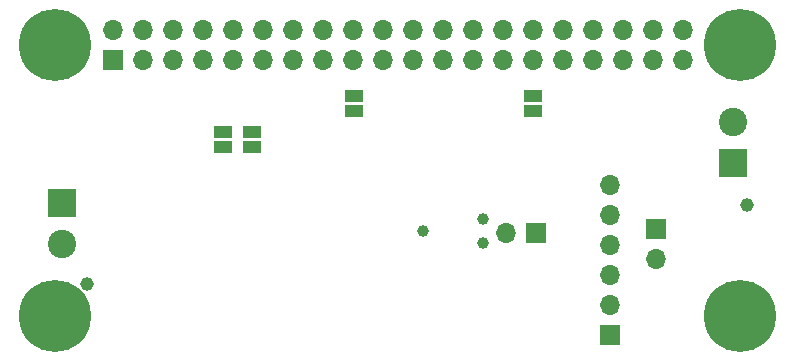
<source format=gbs>
%TF.GenerationSoftware,KiCad,Pcbnew,(6.0.5)*%
%TF.CreationDate,2022-05-29T19:21:05+02:00*%
%TF.ProjectId,SolarCamPiV2,536f6c61-7243-4616-9d50-6956322e6b69,rev?*%
%TF.SameCoordinates,Original*%
%TF.FileFunction,Soldermask,Bot*%
%TF.FilePolarity,Negative*%
%FSLAX46Y46*%
G04 Gerber Fmt 4.6, Leading zero omitted, Abs format (unit mm)*
G04 Created by KiCad (PCBNEW (6.0.5)) date 2022-05-29 19:21:05*
%MOMM*%
%LPD*%
G01*
G04 APERTURE LIST*
%ADD10C,6.100000*%
%ADD11R,1.700000X1.700000*%
%ADD12O,1.700000X1.700000*%
%ADD13C,0.990600*%
%ADD14C,1.152000*%
%ADD15R,2.400000X2.400000*%
%ADD16C,2.400000*%
%ADD17R,1.500000X1.000000*%
G04 APERTURE END LIST*
D10*
%TO.C,H1*%
X161500000Y-103500000D03*
%TD*%
D11*
%TO.C,JP1*%
X144250000Y-119425000D03*
D12*
X141710000Y-119425000D03*
%TD*%
D13*
%TO.C,J1*%
X134635000Y-119300000D03*
X139715000Y-120316000D03*
X139715000Y-118284000D03*
%TD*%
D10*
%TO.C,H2*%
X103500000Y-126500000D03*
%TD*%
D11*
%TO.C,J3*%
X150500000Y-128050000D03*
D12*
X150500000Y-125510000D03*
X150500000Y-122970000D03*
X150500000Y-120430000D03*
X150500000Y-117890000D03*
X150500000Y-115350000D03*
%TD*%
D14*
%TO.C,H5*%
X106200000Y-123800000D03*
%TD*%
D15*
%TO.C,SC1*%
X104100000Y-116900000D03*
D16*
X104100000Y-120400000D03*
%TD*%
D10*
%TO.C,H3*%
X161500000Y-126500000D03*
%TD*%
%TO.C,H4*%
X103500000Y-103500000D03*
%TD*%
D15*
%TO.C,BT1*%
X160900000Y-113550000D03*
D16*
X160900000Y-110050000D03*
%TD*%
D11*
%TO.C,JP4*%
X154425000Y-119100000D03*
D12*
X154425000Y-121640000D03*
%TD*%
D14*
%TO.C,H6*%
X162100000Y-117100000D03*
%TD*%
D17*
%TO.C,JP2*%
X117725000Y-112175000D03*
X117725000Y-110875000D03*
%TD*%
D11*
%TO.C,J2*%
X108400000Y-104800000D03*
D12*
X108400000Y-102260000D03*
X110940000Y-104800000D03*
X110940000Y-102260000D03*
X113480000Y-104800000D03*
X113480000Y-102260000D03*
X116020000Y-104800000D03*
X116020000Y-102260000D03*
X118560000Y-104800000D03*
X118560000Y-102260000D03*
X121100000Y-104800000D03*
X121100000Y-102260000D03*
X123640000Y-104800000D03*
X123640000Y-102260000D03*
X126180000Y-104800000D03*
X126180000Y-102260000D03*
X128720000Y-104800000D03*
X128720000Y-102260000D03*
X131260000Y-104800000D03*
X131260000Y-102260000D03*
X133800000Y-104800000D03*
X133800000Y-102260000D03*
X136340000Y-104800000D03*
X136340000Y-102260000D03*
X138880000Y-104800000D03*
X138880000Y-102260000D03*
X141420000Y-104800000D03*
X141420000Y-102260000D03*
X143960000Y-104800000D03*
X143960000Y-102260000D03*
X146500000Y-104800000D03*
X146500000Y-102260000D03*
X149040000Y-104800000D03*
X149040000Y-102260000D03*
X151580000Y-104800000D03*
X151580000Y-102260000D03*
X154120000Y-104800000D03*
X154120000Y-102260000D03*
X156660000Y-104800000D03*
X156660000Y-102260000D03*
%TD*%
D17*
%TO.C,JP5*%
X144000000Y-109150000D03*
X144000000Y-107850000D03*
%TD*%
%TO.C,JP3*%
X120225000Y-112175000D03*
X120225000Y-110875000D03*
%TD*%
%TO.C,JP6*%
X128800000Y-109150000D03*
X128800000Y-107850000D03*
%TD*%
M02*

</source>
